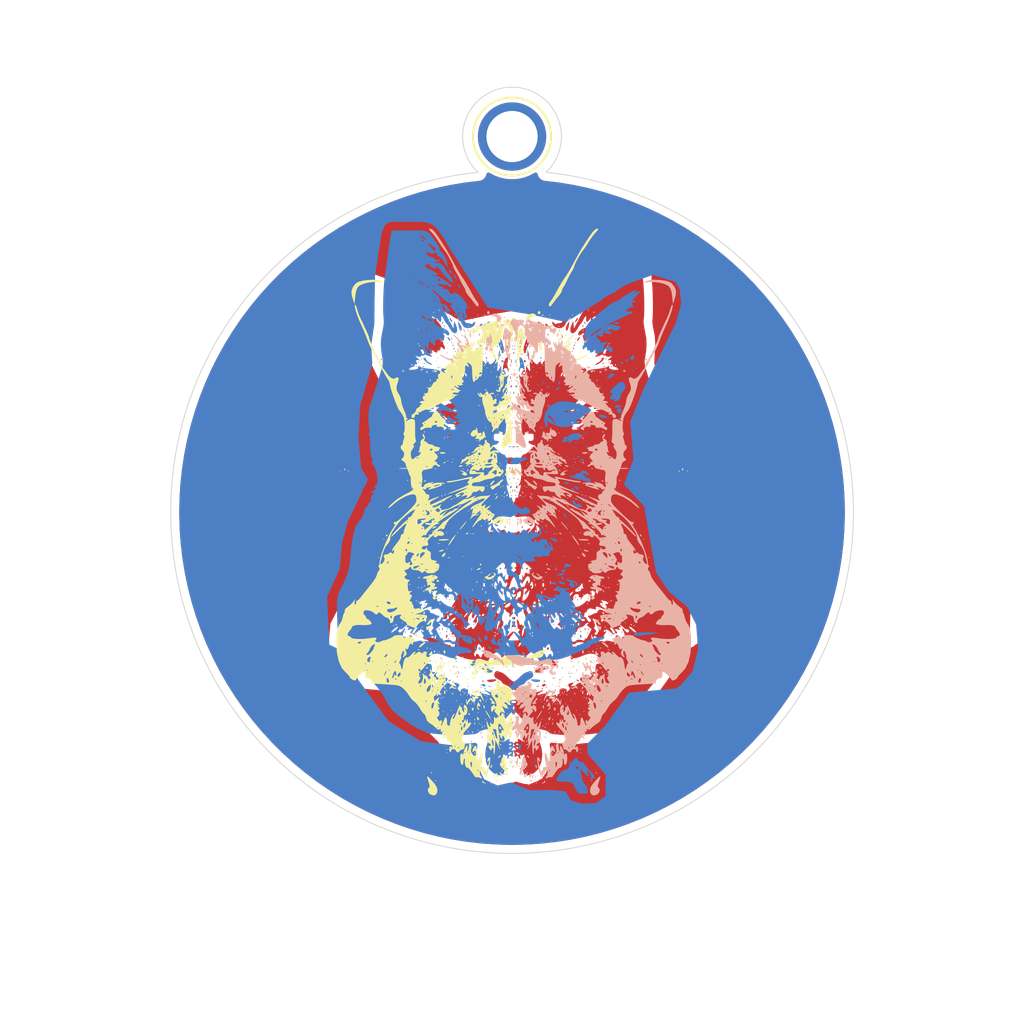
<source format=kicad_pcb>
(kicad_pcb (version 20241229) (generator "pcbnew") (generator_version "9.0")
  (layers (0 "F.Cu" signal) (2 "B.Cu" signal) (13 "F.Paste" user) (15 "B.Paste" user) (5 "F.SilkS" user "F.Silkscreen") (7 "B.SilkS" user "B.Silkscreen") (1 "F.Mask" user) (3 "B.Mask" user) (25 "Edge.Cuts" user))
  (net 0 "")
  (net 1 "GND")
  (footprint "custom:cat silkscreen 3" (layer "F.Cu") (at 160.717145 102.39547)
    (property "Reference" "G***" (hide yes))
    (property "Value" "LOGO" (hide yes))
  )
  (footprint "custom:cat silkscreen 2" (layer "F.Cu") (at 161.23113 102.39036)
    (property "Reference" "G***" (hide yes))
    (property "Value" "LOGO" (hide yes))
  )
  (footprint "custom:cat silkscreen" (layer "F.Cu") (at 161.581921 102.243158)
    (property "Reference" "G***" (hide yes))
    (property "Value" "LOGO" (hide yes))
  )
  (footprint "TestPoint:TestPoint_Plated_Hole_D3.0mm" (layer "F.Cu") (at 160 78)
    (property "Reference" "H1" (hide yes))
    (property "Value" "MountingHole_Pad" (hide yes))
  )
  (footprint "custom:cat silkscreen" (layer "B.Cu") (at 158.614315 102.243158 180)
    (property "Reference" "G***" (hide yes))
    (property "Value" "LOGO" (hide yes))
  )
  (footprint "custom:cat silkscreen 2" (layer "B.Cu") (at 158.965106 102.39036 180)
    (property "Reference" "G***" (hide yes))
    (property "Value" "LOGO" (hide yes))
  )
  (footprint "custom:cat silkscreen 3" (layer "B.Cu") (at 159.479091 102.39547 180)
    (property "Reference" "G***" (hide yes))
    (property "Value" "LOGO" (hide yes))
  )
  (gr_arc (start 161.990074 80.099256) (mid 179.975171 100.996274) (end 160 120) (stroke (width 0.05)) (layer "Edge.Cuts"))
  (gr_arc (start 160 120) (mid 140.024829 100.996274) (end 158.009926 80.099256) (stroke (width 0.05)) (layer "Edge.Cuts"))
  (gr_arc (start 158.009927 80.099257) (mid 160 75.107377) (end 161.990074 80.099257) (stroke (width 0.05)) (layer "Edge.Cuts"))
  (zone (net 0) (net_name "") (layer "F.Cu") (connect_pads (clearance 0)) (min_thickness 0.25)
    (keepout (tracks allowed) (vias allowed) (pads allowed) (copperpour not_allowed) (footprints allowed))
    (fill (thermal_gap 0.5) (thermal_bridge_width 0.5))
    (polygon (pts (xy 150.33 86.86) (xy 150.57 86.46) (xy 151.89 86.06) (xy 152.99 86.45) (xy 154.91 87.54) (xy 156.97 88.82) (xy 159.11 88.37) (xy 161.56 87.97) (xy 164.51 83.39) (xy 165.19 83.04) (xy 167.26 83.01) (xy 167.77 83.5) (xy 168.17 86.11) (xy 168.21 88.95) (xy 168.39 90.15) (xy 168.33 91.27) (xy 169.04 93.74) (xy 169.14 95.6) (xy 168.98 97.37) (xy 168.58 98.05) (xy 169.77 100.53) (xy 170.11 101.79) (xy 170.23 103.25) (xy 170.98 104.94) (xy 170.85 107.72) (xy 170 108.12) (xy 169.17 109.75) (xy 168.27 110.99) (xy 167.37 112.21) (xy 165.47 113.38) (xy 163.77 113.6) (xy 162.17 113.46) (xy 162.23 114.66) (xy 161.78 115.6) (xy 161 115.97) (xy 160.2 115.79) (xy 159.09 116.25) (xy 157.83 116.23) (xy 157.01 116.31) (xy 156.69 116.84) (xy 156.06 117.04) (xy 155.24 117.01) (xy 154.67 116.59) (xy 154.66 115.346713) (xy 155.730133 114.1) (xy 155.730133 113.52) (xy 154.71 112.5) (xy 153.78 111.22) (xy 153.29 110.53) (xy 150.57 110.29) (xy 150.25 110.09) (xy 149.56 109.27) (xy 149.24 107.97) (xy 149.36 106.54) (xy 149.89 105.5) (xy 150.92 104.65) (xy 151.7 103.52) (xy 152.1 101.37) (xy 152.41 99.61) (xy 153.59 98.33) (xy 153.03 96.85) (xy 153.22 94.67) (xy 152.41 92.67) (xy 151.48 90.76) (xy 150.54 88.85) (xy 150.23 87.73)))
  )
  (zone (net 1) (net_name "GND") (layers "F.Cu" "B.Cu") (connect_pads (clearance 0.5)) (min_thickness 0.25) (fill yes (thermal_gap 0.5) (thermal_bridge_width 0.5))
    (polygon (pts (xy 130 70) (xy 190 70) (xy 190 130) (xy 130 130)))
  )
  (zone (net 0) (net_name "") (layer "B.Cu") (connect_pads (clearance 0)) (min_thickness 0.25)
    (keepout (tracks allowed) (vias allowed) (pads allowed) (copperpour not_allowed) (footprints allowed))
    (fill (thermal_gap 0.5) (thermal_bridge_width 0.5))
    (polygon (pts (xy 169.81316 86.909007) (xy 169.57316 86.509007) (xy 168.25316 86.109007) (xy 167.15316 86.499007) (xy 165.23316 87.589007) (xy 163.17316 88.869007) (xy 161.03316 88.419007) (xy 158.58316 88.019007) (xy 155.63316 83.439007) (xy 154.95316 83.089007) (xy 152.88316 83.059007) (xy 152.37316 83.549007) (xy 151.97316 86.159007) (xy 151.93316 88.999007) (xy 151.75316 90.199007) (xy 151.81316 91.319007) (xy 151.10316 93.789007) (xy 151.00316 95.649007) (xy 151.16316 97.419007) (xy 151.56316 98.099007) (xy 150.37316 100.579007) (xy 150.03316 101.839007) (xy 149.91316 103.299007) (xy 149.16316 104.989007) (xy 149.29316 107.769007) (xy 150.14316 108.169007) (xy 150.97316 109.799007) (xy 151.87316 111.039007) (xy 152.77316 112.259007) (xy 154.67316 113.429007) (xy 156.37316 113.649007) (xy 157.97316 113.509007) (xy 157.91316 114.709007) (xy 158.36316 115.649007) (xy 159.14316 116.019007) (xy 159.94316 115.839007) (xy 161.05316 116.299007) (xy 162.31316 116.279007) (xy 163.13316 116.359007) (xy 163.45316 116.889007) (xy 164.08316 117.089007) (xy 164.90316 117.059007) (xy 165.47316 116.639007) (xy 165.48316 115.39572) (xy 164.413027 114.149007) (xy 164.413027 113.569007) (xy 165.43316 112.549007) (xy 166.36316 111.269007) (xy 166.85316 110.579007) (xy 169.57316 110.339007) (xy 169.89316 110.139007) (xy 170.58316 109.319007) (xy 170.90316 108.019007) (xy 170.78316 106.589007) (xy 170.25316 105.549007) (xy 169.22316 104.699007) (xy 168.44316 103.569007) (xy 168.04316 101.419007) (xy 167.73316 99.659007) (xy 166.55316 98.379007) (xy 167.11316 96.899007) (xy 166.92316 94.719007) (xy 167.73316 92.719007) (xy 168.66316 90.809007) (xy 169.60316 88.899007) (xy 169.91316 87.779007)))
  )
)
</source>
